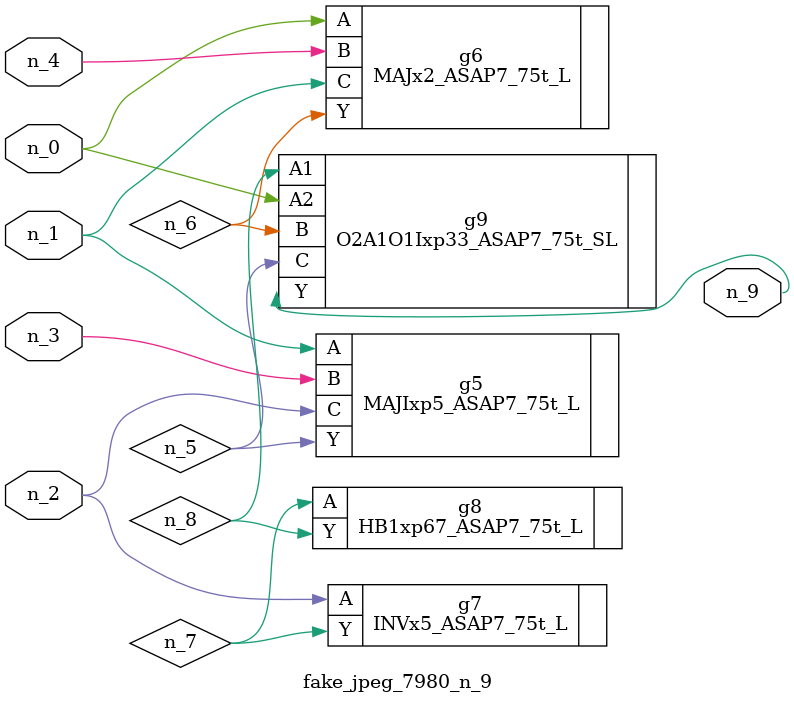
<source format=v>
module fake_jpeg_7980_n_9 (n_3, n_2, n_1, n_0, n_4, n_9);

input n_3;
input n_2;
input n_1;
input n_0;
input n_4;

output n_9;

wire n_8;
wire n_6;
wire n_5;
wire n_7;

MAJIxp5_ASAP7_75t_L g5 ( 
.A(n_1),
.B(n_3),
.C(n_2),
.Y(n_5)
);

MAJx2_ASAP7_75t_L g6 ( 
.A(n_0),
.B(n_4),
.C(n_1),
.Y(n_6)
);

INVx5_ASAP7_75t_L g7 ( 
.A(n_2),
.Y(n_7)
);

HB1xp67_ASAP7_75t_L g8 ( 
.A(n_7),
.Y(n_8)
);

O2A1O1Ixp33_ASAP7_75t_SL g9 ( 
.A1(n_8),
.A2(n_0),
.B(n_6),
.C(n_5),
.Y(n_9)
);


endmodule
</source>
